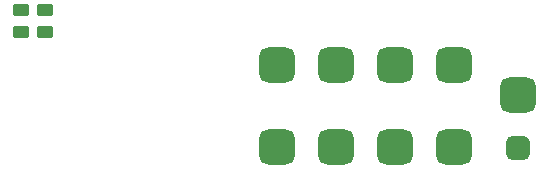
<source format=gtp>
%TF.GenerationSoftware,KiCad,Pcbnew,(6.0.1)*%
%TF.CreationDate,2022-03-09T13:14:17-07:00*%
%TF.ProjectId,MShaw_4gbNandExtensionQSB_V2.6,4d536861-775f-4346-9762-4e616e644578,rev?*%
%TF.SameCoordinates,Original*%
%TF.FileFunction,Paste,Top*%
%TF.FilePolarity,Positive*%
%FSLAX46Y46*%
G04 Gerber Fmt 4.6, Leading zero omitted, Abs format (unit mm)*
G04 Created by KiCad (PCBNEW (6.0.1)) date 2022-03-09 13:14:17*
%MOMM*%
%LPD*%
G01*
G04 APERTURE LIST*
G04 Aperture macros list*
%AMRoundRect*
0 Rectangle with rounded corners*
0 $1 Rounding radius*
0 $2 $3 $4 $5 $6 $7 $8 $9 X,Y pos of 4 corners*
0 Add a 4 corners polygon primitive as box body*
4,1,4,$2,$3,$4,$5,$6,$7,$8,$9,$2,$3,0*
0 Add four circle primitives for the rounded corners*
1,1,$1+$1,$2,$3*
1,1,$1+$1,$4,$5*
1,1,$1+$1,$6,$7*
1,1,$1+$1,$8,$9*
0 Add four rect primitives between the rounded corners*
20,1,$1+$1,$2,$3,$4,$5,0*
20,1,$1+$1,$4,$5,$6,$7,0*
20,1,$1+$1,$6,$7,$8,$9,0*
20,1,$1+$1,$8,$9,$2,$3,0*%
G04 Aperture macros list end*
%ADD10RoundRect,0.250000X0.450000X-0.262500X0.450000X0.262500X-0.450000X0.262500X-0.450000X-0.262500X0*%
%ADD11RoundRect,0.750000X-0.750000X-0.750000X0.750000X-0.750000X0.750000X0.750000X-0.750000X0.750000X0*%
%ADD12RoundRect,0.500000X-0.500000X-0.500000X0.500000X-0.500000X0.500000X0.500000X-0.500000X0.500000X0*%
%ADD13RoundRect,0.750000X0.750000X-0.750000X0.750000X0.750000X-0.750000X0.750000X-0.750000X-0.750000X0*%
G04 APERTURE END LIST*
D10*
%TO.C,R1*%
X128260000Y-98212500D03*
X128260000Y-96387500D03*
%TD*%
D11*
%TO.C,J5*%
X168310000Y-103550000D03*
D12*
X168310000Y-108090000D03*
%TD*%
D13*
%TO.C,J4*%
X147910000Y-108000000D03*
X147910000Y-101000000D03*
X152910000Y-108000000D03*
X152910000Y-101000000D03*
X157910000Y-108000000D03*
X157910000Y-101000000D03*
X162910000Y-108000000D03*
X162910000Y-101000000D03*
%TD*%
D10*
%TO.C,D1*%
X126260000Y-98212500D03*
X126260000Y-96387500D03*
%TD*%
M02*

</source>
